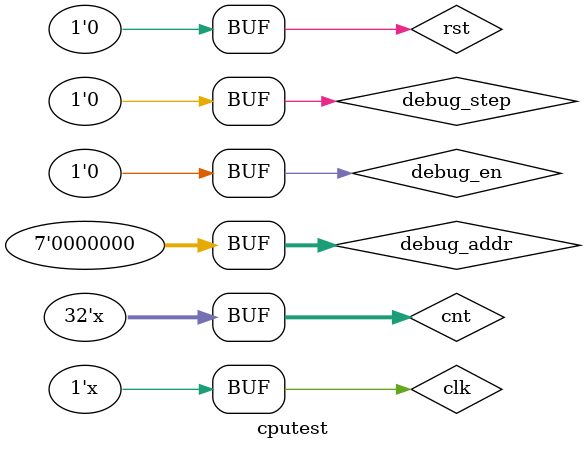
<source format=v>
`timescale 1ns / 1ps


module cputest;

	// Inputs
	reg debug_en;
	reg debug_step;
	reg [6:0] debug_addr;
	reg clk;
	reg rst;
	reg [1:0] INT;
	reg [31:0] cnt;

	// Outputs
	wire [31:0] debug_data;
	wire [31:0] debug_REG;
	wire [31:0] debug_ID;
	wire [31:0] debug_EX;
	wire [31:0] debug_ME;
	wire [31:0] debug_WB;

	// Instantiate the Unit Under Test (UUT)
	cpu uut (
		.debug_en(debug_en), 
		.debug_step(debug_step), 
		.debug_addr(debug_addr), 
		.debug_data(debug_data), 
		.debug_REG(debug_REG), 
		.debug_ID(debug_ID), 
		.debug_EX(debug_EX), 
		.debug_ME(debug_ME), 
		.debug_WB(debug_WB), 
		.clk(clk), 
		.rst(rst), 
		.INT(INT)
	);

	initial begin
		// Initialize Inputs
		debug_en = 0;
		debug_step = 0;
		debug_addr = 0;
		clk = 0;
		rst = 0;
		INT = 0;
		cnt = 0;
		// Wait 100 ns for global reset to finish
		#100;
        
		// Add stimulus here

	end
      
	always#100 begin
		clk <= ~clk;
		cnt <= cnt + 1;
		if(cnt == 11 || cnt == 16)begin
			INT <=0;
		end
		else if(cnt == 9 || cnt == 15)begin
			INT <=2;
		end
	end
endmodule


</source>
